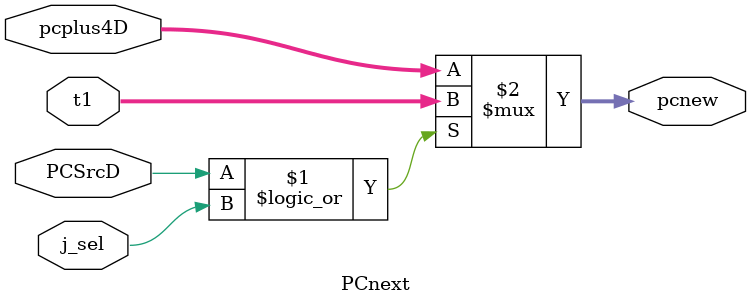
<source format=v>
module PCnext(PCSrcD,j_sel,t1,pcplus4D,pcnew);
  input j_sel;
  input PCSrcD;
  input [31:0]t1,pcplus4D;
  output [31:0]pcnew;
  assign pcnew=(PCSrcD||j_sel)?t1:pcplus4D;
endmodule

</source>
